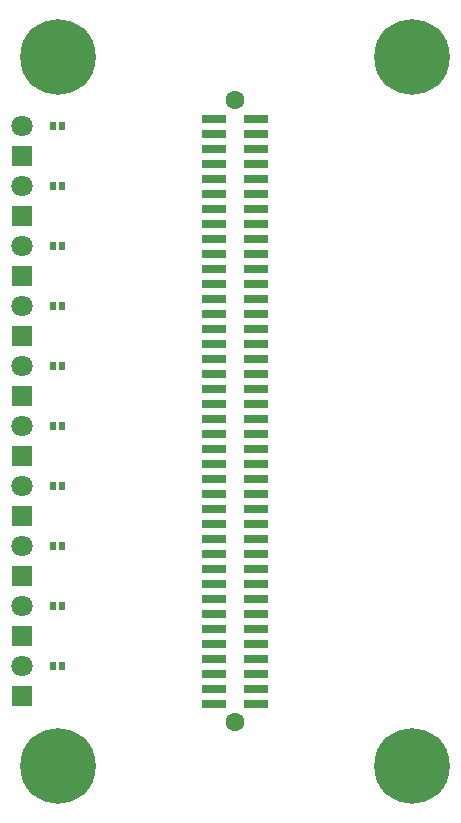
<source format=gbr>
G04 #@! TF.GenerationSoftware,KiCad,Pcbnew,(5.0.0-rc2-dev-107-g49486b83b)*
G04 #@! TF.CreationDate,2018-03-19T01:36:34+08:00*
G04 #@! TF.ProjectId,ebox-gpio-led,65626F782D6770696F2D6C65642E6B69,rev?*
G04 #@! TF.SameCoordinates,Original*
G04 #@! TF.FileFunction,Soldermask,Bot*
G04 #@! TF.FilePolarity,Negative*
%FSLAX46Y46*%
G04 Gerber Fmt 4.6, Leading zero omitted, Abs format (unit mm)*
G04 Created by KiCad (PCBNEW (5.0.0-rc2-dev-107-g49486b83b)) date 03/19/18 01:36:34*
%MOMM*%
%LPD*%
G01*
G04 APERTURE LIST*
%ADD10C,1.600000*%
%ADD11R,2.100000X0.750000*%
%ADD12R,0.575000X0.650000*%
%ADD13C,0.800000*%
%ADD14C,6.400000*%
%ADD15C,1.800000*%
%ADD16R,1.800000X1.800000*%
G04 APERTURE END LIST*
D10*
X22500000Y-63839800D03*
X22512700Y-11122100D03*
X22500000Y-63839800D03*
X22500000Y-11122100D03*
D11*
X24300000Y-62265000D03*
X20700000Y-62265000D03*
X24300000Y-60995000D03*
X20700000Y-60995000D03*
X24300000Y-59725000D03*
X20700000Y-59725000D03*
X24300000Y-58455000D03*
X20700000Y-58455000D03*
X24300000Y-57185000D03*
X20700000Y-57185000D03*
X24300000Y-55915000D03*
X20700000Y-55915000D03*
X24300000Y-54645000D03*
X20700000Y-54645000D03*
X24300000Y-53375000D03*
X20700000Y-53375000D03*
X24300000Y-52105000D03*
X20700000Y-52105000D03*
X24300000Y-50835000D03*
X20700000Y-50835000D03*
X24300000Y-49565000D03*
X20700000Y-49565000D03*
X24300000Y-48295000D03*
X20700000Y-48295000D03*
X24300000Y-47025000D03*
X20700000Y-47025000D03*
X24300000Y-45755000D03*
X20700000Y-45755000D03*
X24300000Y-44485000D03*
X20700000Y-44485000D03*
X24300000Y-43215000D03*
X20700000Y-43215000D03*
X24300000Y-41945000D03*
X20700000Y-41945000D03*
X24300000Y-40675000D03*
X20700000Y-40675000D03*
X24300000Y-39405000D03*
X20700000Y-39405000D03*
X24300000Y-38135000D03*
X20700000Y-38135000D03*
X24300000Y-36865000D03*
X20700000Y-36865000D03*
X24300000Y-35595000D03*
X20700000Y-35595000D03*
X24300000Y-34325000D03*
X20700000Y-34325000D03*
X24300000Y-33055000D03*
X20700000Y-33055000D03*
X24300000Y-31785000D03*
X20700000Y-31785000D03*
X24300000Y-30515000D03*
X20700000Y-30515000D03*
X24300000Y-29245000D03*
X20700000Y-29245000D03*
X24300000Y-27975000D03*
X20700000Y-27975000D03*
X24300000Y-26705000D03*
X20700000Y-26705000D03*
X24300000Y-25435000D03*
X20700000Y-25435000D03*
X24300000Y-24165000D03*
X20700000Y-24165000D03*
X24300000Y-22895000D03*
X20700000Y-22895000D03*
X24300000Y-21625000D03*
X20700000Y-21625000D03*
X24300000Y-20355000D03*
X20700000Y-20355000D03*
X24300000Y-19085000D03*
X20700000Y-19085000D03*
X24300000Y-17815000D03*
X20700000Y-17815000D03*
X24300000Y-16545000D03*
X20700000Y-16545000D03*
X24300000Y-15275000D03*
X20700000Y-15275000D03*
X24300000Y-14005000D03*
X20700000Y-14005000D03*
X24300000Y-12735000D03*
X20700000Y-12735000D03*
D12*
X7874000Y-13335000D03*
X7099000Y-13335000D03*
X7874000Y-18415000D03*
X7099000Y-18415000D03*
D13*
X9197056Y-5802944D03*
X7500000Y-5100000D03*
X5802944Y-5802944D03*
X5100000Y-7500000D03*
X5802944Y-9197056D03*
X7500000Y-9900000D03*
X9197056Y-9197056D03*
X9900000Y-7500000D03*
D14*
X7500000Y-7500000D03*
D13*
X39197056Y-5802944D03*
X37500000Y-5100000D03*
X35802944Y-5802944D03*
X35100000Y-7500000D03*
X35802944Y-9197056D03*
X37500000Y-9900000D03*
X39197056Y-9197056D03*
X39900000Y-7500000D03*
D14*
X37500000Y-7500000D03*
D13*
X9197056Y-65802944D03*
X7500000Y-65100000D03*
X5802944Y-65802944D03*
X5100000Y-67500000D03*
X5802944Y-69197056D03*
X7500000Y-69900000D03*
X9197056Y-69197056D03*
X9900000Y-67500000D03*
D14*
X7500000Y-67500000D03*
D13*
X39197056Y-65802944D03*
X37500000Y-65100000D03*
X35802944Y-65802944D03*
X35100000Y-67500000D03*
X35802944Y-69197056D03*
X37500000Y-69900000D03*
X39197056Y-69197056D03*
X39900000Y-67500000D03*
D14*
X37500000Y-67500000D03*
D12*
X7099000Y-23495000D03*
X7874000Y-23495000D03*
X7874000Y-28575000D03*
X7099000Y-28575000D03*
X7099000Y-33655000D03*
X7874000Y-33655000D03*
X7874000Y-38735000D03*
X7099000Y-38735000D03*
X7099000Y-43815000D03*
X7874000Y-43815000D03*
X7874000Y-48895000D03*
X7099000Y-48895000D03*
X7099000Y-53975000D03*
X7874000Y-53975000D03*
X7874000Y-59055000D03*
X7099000Y-59055000D03*
D15*
X4445000Y-13335000D03*
D16*
X4445000Y-15875000D03*
X4445000Y-20955000D03*
D15*
X4445000Y-18415000D03*
X4445000Y-23495000D03*
D16*
X4445000Y-26035000D03*
X4445000Y-31115000D03*
D15*
X4445000Y-28575000D03*
X4445000Y-33655000D03*
D16*
X4445000Y-36195000D03*
X4445000Y-41275000D03*
D15*
X4445000Y-38735000D03*
D16*
X4445000Y-46355000D03*
D15*
X4445000Y-43815000D03*
X4445000Y-48895000D03*
D16*
X4445000Y-51435000D03*
X4445000Y-56515000D03*
D15*
X4445000Y-53975000D03*
X4445000Y-59055000D03*
D16*
X4445000Y-61595000D03*
M02*

</source>
